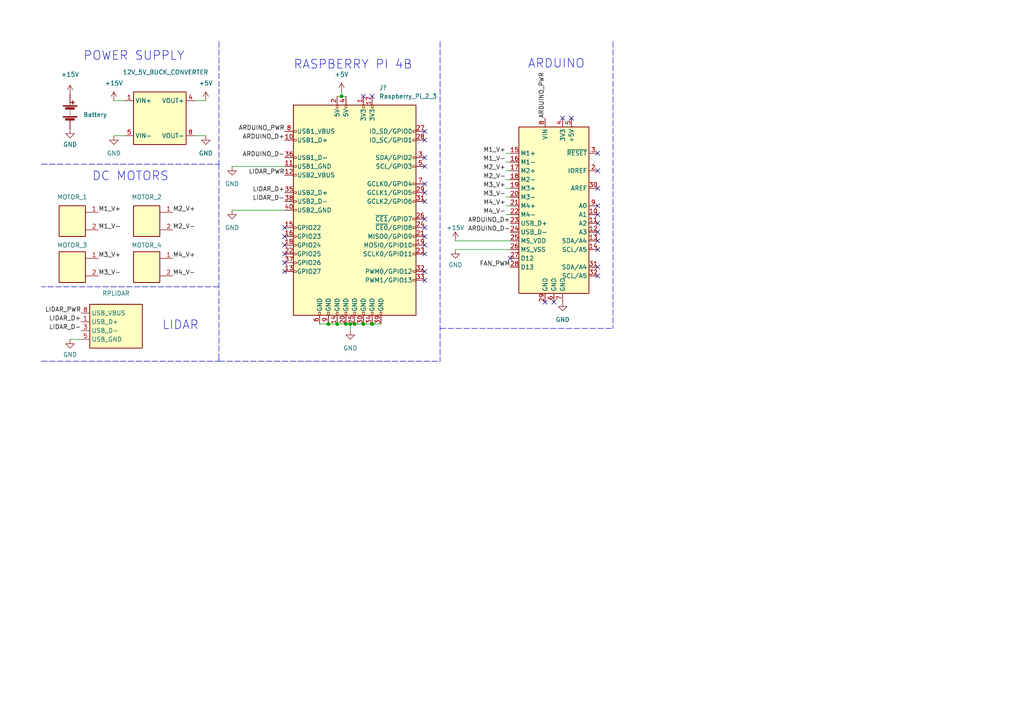
<source format=kicad_sch>
(kicad_sch (version 20211123) (generator eeschema)
  (paper "A4")
  (lib_symbols
    (symbol "74CBTLV3257_1"
      (property "Value" "74CBTLV3257_1" (at 0.5715 7.62 0))
      (symbol "74CBTLV3257_1_1_1"
        (rectangle (start -3.81 4.445) (end 3.81 -4.445) (stroke (width 0.254)) (fill (type background)))
        (polyline (pts (xy 5.08 -2.54) (xy 3.81 -2.54)))
        (polyline (pts (xy 5.08 2.54) (xy 3.81 2.54)))
        (pin passive line (at 7.62 2.54 180) (length 2.54) (name "~") (number "1"))
        (pin passive line (at 7.62 -2.54 180) (length 2.54) (name "") (number "2"))
      )
      (symbol "74CBTLV3257_1_2_1"
        (rectangle (start -3.81 4.445) (end 3.81 -4.445) (stroke (width 0.254)) (fill (type background)))
        (circle (center -2.159 0) (radius 0.508) (stroke (width 0.254)))
        (polyline (pts (xy -5.08 0) (xy -2.794 0)))
        (polyline (pts (xy -1.651 0.127) (xy 2.54 1.905)) (stroke (width 0.254)))
        (polyline (pts (xy 5.08 -2.54) (xy 2.794 -2.54)))
        (polyline (pts (xy 5.08 2.54) (xy 2.794 2.54)))
        (circle (center 2.159 -2.54) (radius 0.508) (stroke (width 0.254)))
        (circle (center 2.159 2.54) (radius 0.508) (stroke (width 0.254)))
        (pin passive line (at 7.62 2.54 180) (length 2.54) (name "~") (number "5"))
        (pin passive line (at 7.62 -2.54 180) (length 2.54) (name "~") (number "6"))
        (pin passive line (at -7.62 0 0) (length 2.54) (name "~") (number "7"))
      )
      (symbol "74CBTLV3257_1_3_1"
        (rectangle (start -3.81 4.445) (end 3.81 -4.445) (stroke (width 0.254)) (fill (type background)))
        (circle (center -2.159 0) (radius 0.508) (stroke (width 0.254)))
        (polyline (pts (xy -5.08 0) (xy -2.794 0)))
        (polyline (pts (xy -1.651 0.127) (xy 2.54 1.905)) (stroke (width 0.254)))
        (polyline (pts (xy 5.08 -2.54) (xy 2.794 -2.54)))
        (polyline (pts (xy 5.08 2.54) (xy 2.794 2.54)))
        (circle (center 2.159 -2.54) (radius 0.508) (stroke (width 0.254)))
        (circle (center 2.159 2.54) (radius 0.508) (stroke (width 0.254)))
        (pin passive line (at 7.62 -2.54 180) (length 2.54) (name "~") (number "10"))
        (pin passive line (at 7.62 2.54 180) (length 2.54) (name "~") (number "11"))
        (pin passive line (at -7.62 0 0) (length 2.54) (name "~") (number "9"))
      )
      (symbol "74CBTLV3257_1_4_1"
        (rectangle (start -3.81 4.445) (end 3.81 -4.445) (stroke (width 0.254)) (fill (type background)))
        (circle (center -2.159 0) (radius 0.508) (stroke (width 0.254)))
        (polyline (pts (xy -5.08 0) (xy -2.794 0)))
        (polyline (pts (xy -1.651 0.127) (xy 2.54 1.905)) (stroke (width 0.254)))
        (polyline (pts (xy 5.08 -2.54) (xy 2.794 -2.54)))
        (polyline (pts (xy 5.08 2.54) (xy 2.794 2.54)))
        (circle (center 2.159 -2.54) (radius 0.508) (stroke (width 0.254)))
        (circle (center 2.159 2.54) (radius 0.508) (stroke (width 0.254)))
        (pin passive line (at -7.62 0 0) (length 2.54) (name "~") (number "12"))
        (pin passive line (at 7.62 -2.54 180) (length 2.54) (name "~") (number "13"))
        (pin passive line (at 7.62 2.54 180) (length 2.54) (name "~") (number "14"))
      )
      (symbol "74CBTLV3257_1_5_1"
        (rectangle (start 3.81 6.35) (end -6.35 -6.35) (stroke (width 0.254)) (fill (type background)))
        (pin input line (at -10.16 2.54 0) (length 3.81) (name "S") (number "1"))
        (pin input line (at -10.16 -2.54 0) (length 3.81) (name "~{OE}") (number "15"))
        (pin power_in line (at 0 10.16 270) (length 3.81) (name "VCC") (number "16"))
        (pin power_in line (at 0 -10.16 90) (length 3.81) (name "GND") (number "8"))
      )
    )
    (symbol "Connector:Raspberry_Pi_2_3" (pin_names (offset 1.016))
      (property "Reference" "J?" (at 7.0994 35.56 0))
      (property "Value" "Raspberry_Pi_2_3" (at 7.0994 33.02 0))
      (symbol "Raspberry_Pi_2_3_0_1"
        (rectangle (start -17.78 30.48) (end 17.78 -30.48) (stroke (width 0.254)) (fill (type background)))
      )
      (symbol "Raspberry_Pi_2_3_1_1"
        (rectangle (start -16.891 -17.526) (end -17.78 -18.034))
        (rectangle (start -16.891 -14.986) (end -17.78 -15.494))
        (rectangle (start -16.891 -12.446) (end -17.78 -12.954))
        (rectangle (start -16.891 -9.906) (end -17.78 -10.414))
        (rectangle (start -16.891 -7.366) (end -17.78 -7.874))
        (rectangle (start -16.891 -4.826) (end -17.78 -5.334))
        (rectangle (start -16.891 0.254) (end -17.78 -0.254))
        (rectangle (start -16.891 2.794) (end -17.78 2.286))
        (rectangle (start -16.891 5.334) (end -17.78 4.826))
        (rectangle (start -16.891 10.414) (end -17.78 9.906))
        (rectangle (start -16.891 12.954) (end -17.78 12.446))
        (rectangle (start -16.891 15.494) (end -17.78 14.986))
        (rectangle (start -16.891 20.574) (end -17.78 20.066))
        (rectangle (start -16.891 23.114) (end -17.78 22.606))
        (rectangle (start -10.414 -29.591) (end -9.906 -30.48))
        (rectangle (start -7.874 -29.591) (end -7.366 -30.48))
        (rectangle (start -5.334 -29.591) (end -4.826 -30.48))
        (rectangle (start -5.334 30.48) (end -4.826 29.591))
        (rectangle (start -2.794 -29.591) (end -2.286 -30.48))
        (rectangle (start -2.794 30.48) (end -2.286 29.591))
        (rectangle (start -0.254 -29.591) (end 0.254 -30.48))
        (rectangle (start 2.286 -29.591) (end 2.794 -30.48))
        (rectangle (start 2.286 30.48) (end 2.794 29.591))
        (rectangle (start 4.826 -29.591) (end 5.334 -30.48))
        (rectangle (start 4.826 30.48) (end 5.334 29.591))
        (rectangle (start 7.366 -29.591) (end 7.874 -30.48))
        (rectangle (start 17.78 -20.066) (end 16.891 -20.574))
        (rectangle (start 17.78 -17.526) (end 16.891 -18.034))
        (rectangle (start 17.78 -12.446) (end 16.891 -12.954))
        (rectangle (start 17.78 -9.906) (end 16.891 -10.414))
        (rectangle (start 17.78 -7.366) (end 16.891 -7.874))
        (rectangle (start 17.78 -4.826) (end 16.891 -5.334))
        (rectangle (start 17.78 -2.286) (end 16.891 -2.794))
        (rectangle (start 17.78 2.794) (end 16.891 2.286))
        (rectangle (start 17.78 5.334) (end 16.891 4.826))
        (rectangle (start 17.78 7.874) (end 16.891 7.366))
        (rectangle (start 17.78 12.954) (end 16.891 12.446))
        (rectangle (start 17.78 15.494) (end 16.891 14.986))
        (rectangle (start 17.78 20.574) (end 16.891 20.066))
        (rectangle (start 17.78 23.114) (end 16.891 22.606))
        (pin power_in line (at 2.54 33.02 270) (length 2.54) (name "3V3") (number "1"))
        (pin bidirectional line (at -20.32 20.32 0) (length 2.54) (name "USB1_D+") (number "10"))
        (pin bidirectional line (at -20.32 12.7 0) (length 2.54) (name "USB1_GND") (number "11"))
        (pin bidirectional line (at -20.32 10.16 0) (length 2.54) (name "USB2_VBUS") (number "12"))
        (pin bidirectional line (at -20.32 -17.78 0) (length 2.54) (name "GPIO27") (number "13"))
        (pin power_in line (at -5.08 -33.02 90) (length 2.54) (name "GND") (number "14"))
        (pin bidirectional line (at -20.32 -5.08 0) (length 2.54) (name "GPIO22") (number "15"))
        (pin bidirectional line (at -20.32 -7.62 0) (length 2.54) (name "GPIO23") (number "16"))
        (pin power_in line (at 5.08 33.02 270) (length 2.54) (name "3V3") (number "17"))
        (pin bidirectional line (at -20.32 -10.16 0) (length 2.54) (name "GPIO24") (number "18"))
        (pin bidirectional line (at 20.32 -10.16 180) (length 2.54) (name "MOSI0/GPIO10") (number "19"))
        (pin power_in line (at -5.08 33.02 270) (length 2.54) (name "5V") (number "2"))
        (pin power_in line (at -2.54 -33.02 90) (length 2.54) (name "GND") (number "20"))
        (pin bidirectional line (at 20.32 -7.62 180) (length 2.54) (name "MISO0/GPIO9") (number "21"))
        (pin bidirectional line (at -20.32 -12.7 0) (length 2.54) (name "GPIO25") (number "22"))
        (pin bidirectional line (at 20.32 -12.7 180) (length 2.54) (name "SCLK0/GPIO11") (number "23"))
        (pin bidirectional line (at 20.32 -5.08 180) (length 2.54) (name "~{CE0}/GPIO8") (number "24"))
        (pin power_in line (at 0 -33.02 90) (length 2.54) (name "GND") (number "25"))
        (pin bidirectional line (at 20.32 -2.54 180) (length 2.54) (name "~{CE1}/GPIO7") (number "26"))
        (pin bidirectional line (at 20.32 22.86 180) (length 2.54) (name "ID_SD/GPIO0") (number "27"))
        (pin bidirectional line (at 20.32 20.32 180) (length 2.54) (name "ID_SC/GPIO1") (number "28"))
        (pin bidirectional line (at 20.32 5.08 180) (length 2.54) (name "GCLK1/GPIO5") (number "29"))
        (pin bidirectional line (at 20.32 15.24 180) (length 2.54) (name "SDA/GPIO2") (number "3"))
        (pin power_in line (at 2.54 -33.02 90) (length 2.54) (name "GND") (number "30"))
        (pin bidirectional line (at 20.32 2.54 180) (length 2.54) (name "GCLK2/GPIO6") (number "31"))
        (pin bidirectional line (at 20.32 -17.78 180) (length 2.54) (name "PWM0/GPIO12") (number "32"))
        (pin bidirectional line (at 20.32 -20.32 180) (length 2.54) (name "PWM1/GPIO13") (number "33"))
        (pin power_in line (at 5.08 -33.02 90) (length 2.54) (name "GND") (number "34"))
        (pin bidirectional line (at -20.32 5.08 0) (length 2.54) (name "USB2_D+") (number "35"))
        (pin bidirectional line (at -20.32 15.24 0) (length 2.54) (name "USB1_D-") (number "36"))
        (pin bidirectional line (at -20.32 -15.24 0) (length 2.54) (name "GPIO26") (number "37"))
        (pin bidirectional line (at -20.32 2.54 0) (length 2.54) (name "USB2_D-") (number "38"))
        (pin power_in line (at 7.62 -33.02 90) (length 2.54) (name "GND") (number "39"))
        (pin power_in line (at -2.54 33.02 270) (length 2.54) (name "5V") (number "4"))
        (pin bidirectional line (at -20.32 0 0) (length 2.54) (name "USB2_GND") (number "40"))
        (pin bidirectional line (at 20.32 12.7 180) (length 2.54) (name "SCL/GPIO3") (number "5"))
        (pin power_in line (at -10.16 -33.02 90) (length 2.54) (name "GND") (number "6"))
        (pin bidirectional line (at 20.32 7.62 180) (length 2.54) (name "GCLK0/GPIO4") (number "7"))
        (pin bidirectional line (at -20.32 22.86 0) (length 2.54) (name "USB1_VBUS") (number "8"))
        (pin power_in line (at -7.62 -33.02 90) (length 2.54) (name "GND") (number "9"))
      )
    )
    (symbol "Device:Battery" (pin_numbers hide) (pin_names (offset 0) hide)
      (property "Reference" "BT" (at 2.54 2.54 0))
      (property "Value" "Battery" (at 2.54 0 0))
      (symbol "Battery_0_1"
        (rectangle (start -2.032 -1.397) (end 2.032 -1.651) (fill (type outline)))
        (rectangle (start -2.032 1.778) (end 2.032 1.524) (fill (type outline)))
        (rectangle (start -1.3208 -1.9812) (end 1.27 -2.4892) (fill (type outline)))
        (rectangle (start -1.3208 1.1938) (end 1.27 0.6858) (fill (type outline)))
        (polyline (pts (xy 0 -1.524) (xy 0 -1.27)))
        (polyline (pts (xy 0 -1.016) (xy 0 -0.762)))
        (polyline (pts (xy 0 -0.508) (xy 0 -0.254)))
        (polyline (pts (xy 0 0) (xy 0 0.254)))
        (polyline (pts (xy 0 0.508) (xy 0 0.762)))
        (polyline (pts (xy 0 1.778) (xy 0 2.54)))
        (polyline (pts (xy 0.254 2.667) (xy 1.27 2.667)) (stroke (width 0.254)))
        (polyline (pts (xy 0.762 3.175) (xy 0.762 2.159)) (stroke (width 0.254)))
      )
      (symbol "Battery_1_1"
        (pin passive line (at 0 5.08 270) (length 2.54) (name "+") (number "1"))
        (pin passive line (at 0 -5.08 90) (length 2.54) (name "-") (number "2"))
      )
    )
    (symbol "Driver_LED:HV9930LG-G"
      (property "Reference" "U?" (at 2.0194 12.7 0))
      (property "Value" "12V_5V_BUCK_CONVERTER" (at 2.0194 10.16 0))
      (symbol "HV9930LG-G_0_1"
        (rectangle (start -7.62 7.62) (end 7.62 -7.62) (stroke (width 0.254)) (fill (type background)))
      )
      (symbol "HV9930LG-G_1_1"
        (pin power_in line (at -10.16 5.08 0) (length 2.54) (name "VIN+") (number "1"))
        (pin output line (at 10.16 5.08 180) (length 2.54) (name "VOUT+") (number "4"))
        (pin output line (at -10.16 -5.08 0) (length 2.54) (name "VIN-") (number "5"))
        (pin input line (at 10.16 -5.08 180) (length 2.54) (name "VOUT-") (number "8"))
      )
    )
    (symbol "Regulator_Switching:ADP2360xCP-3.3"
      (property "Reference" "U?" (at 0 10.795 0))
      (property "Value" "RPLIDAR" (at 0 8.255 0))
      (symbol "ADP2360xCP-3.3_0_1"
        (rectangle (start -7.62 5.08) (end 7.62 -7.62) (stroke (width 0.254)) (fill (type background)))
      )
      (symbol "ADP2360xCP-3.3_1_1"
        (pin input line (at -10.16 0 0) (length 2.54) (name "USB_D+") (number "1"))
        (pin passive line (at -10.16 -2.54 0) (length 2.54) (name "USB_D-") (number "3"))
        (pin passive line (at -10.16 -5.08 0) (length 2.54) (name "USB_GND") (number "5"))
        (pin power_in line (at -10.16 2.54 0) (length 2.54) (name "USB_VBUS") (number "8"))
      )
    )
    (symbol "arduino_with_motor_shield:Arduino_UNO_R3"
      (symbol "Arduino_UNO_R3_0_1"
        (rectangle (start -10.16 22.86) (end 10.16 -25.4) (stroke (width 0.254)) (fill (type background)))
      )
      (symbol "Arduino_UNO_R3_1_1"
        (pin no_connect line (at -10.16 -20.32 0) (length 2.54) hide (name "NC") (number "1"))
        (pin bidirectional line (at 12.7 -2.54 180) (length 2.54) (name "A1") (number "10"))
        (pin bidirectional line (at 12.7 -5.08 180) (length 2.54) (name "A2") (number "11"))
        (pin bidirectional line (at 12.7 -7.62 180) (length 2.54) (name "A3") (number "12"))
        (pin bidirectional line (at 12.7 -10.16 180) (length 2.54) (name "SDA/A4") (number "13"))
        (pin bidirectional line (at 12.7 -12.7 180) (length 2.54) (name "SCL/A5") (number "14"))
        (pin bidirectional line (at -12.7 15.24 0) (length 2.54) (name "M1+") (number "15"))
        (pin bidirectional line (at -12.7 12.7 0) (length 2.54) (name "M1-") (number "16"))
        (pin bidirectional line (at -12.7 10.16 0) (length 2.54) (name "M2+") (number "17"))
        (pin bidirectional line (at -12.7 7.62 0) (length 2.54) (name "M2-") (number "18"))
        (pin bidirectional line (at -12.7 5.08 0) (length 2.54) (name "M3+") (number "19"))
        (pin output line (at 12.7 10.16 180) (length 2.54) (name "IOREF") (number "2"))
        (pin bidirectional line (at -12.7 2.54 0) (length 2.54) (name "M3-") (number "20"))
        (pin bidirectional line (at -12.7 0 0) (length 2.54) (name "M4+") (number "21"))
        (pin bidirectional line (at -12.7 -2.54 0) (length 2.54) (name "M4-") (number "22"))
        (pin bidirectional line (at -12.7 -5.08 0) (length 2.54) (name "USB_D+") (number "23"))
        (pin bidirectional line (at -12.7 -7.62 0) (length 2.54) (name "USB_D-") (number "24"))
        (pin bidirectional line (at -12.7 -10.16 0) (length 2.54) (name "MS_VDD") (number "25"))
        (pin bidirectional line (at -12.7 -12.7 0) (length 2.54) (name "MS_VSS") (number "26"))
        (pin bidirectional line (at -12.7 -15.24 0) (length 2.54) (name "D12") (number "27"))
        (pin bidirectional line (at -12.7 -17.78 0) (length 2.54) (name "D13") (number "28"))
        (pin power_in line (at -2.54 -27.94 90) (length 2.54) (name "GND") (number "29"))
        (pin input line (at 12.7 15.24 180) (length 2.54) (name "~{RESET}") (number "3"))
        (pin input line (at 12.7 5.08 180) (length 2.54) (name "AREF") (number "30"))
        (pin bidirectional line (at 12.7 -17.78 180) (length 2.54) (name "SDA/A4") (number "31"))
        (pin bidirectional line (at 12.7 -20.32 180) (length 2.54) (name "SCL/A5") (number "32"))
        (pin power_out line (at 2.54 25.4 270) (length 2.54) (name "3V3") (number "4"))
        (pin power_out line (at 5.08 25.4 270) (length 2.54) (name "+5V") (number "5"))
        (pin power_in line (at 0 -27.94 90) (length 2.54) (name "GND") (number "6"))
        (pin power_in line (at 2.54 -27.94 90) (length 2.54) (name "GND") (number "7"))
        (pin power_in line (at -2.54 25.4 270) (length 2.54) (name "VIN") (number "8"))
        (pin bidirectional line (at 12.7 0 180) (length 2.54) (name "A0") (number "9"))
      )
    )
    (symbol "power:+15V" (power) (pin_names (offset 0))
      (property "Value" "+15V" (at 0 3.556 0))
      (symbol "+15V_0_1"
        (polyline (pts (xy -0.762 1.27) (xy 0 2.54)))
        (polyline (pts (xy 0 0) (xy 0 2.54)))
        (polyline (pts (xy 0 2.54) (xy 0.762 1.27)))
      )
      (symbol "+15V_1_1"
        (pin power_in line (at 0 0 90) (length 0) hide (name "+15V") (number "1"))
      )
    )
    (symbol "power:+5V" (power) (pin_names (offset 0))
      (property "Value" "+5V" (at 0 3.556 0))
      (symbol "+5V_0_1"
        (polyline (pts (xy -0.762 1.27) (xy 0 2.54)))
        (polyline (pts (xy 0 0) (xy 0 2.54)))
        (polyline (pts (xy 0 2.54) (xy 0.762 1.27)))
      )
      (symbol "+5V_1_1"
        (pin power_in line (at 0 0 90) (length 0) hide (name "+5V") (number "1"))
      )
    )
    (symbol "power:GND" (power) (pin_names (offset 0))
      (property "Value" "GND" (at 0 -3.81 0))
      (symbol "GND_0_1"
        (polyline (pts (xy 0 0) (xy 0 -1.27) (xy 1.27 -1.27) (xy 0 -2.54) (xy -1.27 -1.27) (xy 0 -1.27)))
      )
      (symbol "GND_1_1"
        (pin power_in line (at 0 0 270) (length 0) hide (name "GND") (number "1"))
      )
    )
  )
  (junction (at 101.6 93.98))
  (junction (at 102.87 93.98))
  (junction (at 100.33 93.98))
  (junction (at 95.25 93.98))
  (junction (at 107.95 93.98))
  (junction (at 97.79 93.98))
  (junction (at 99.06 27.94))
  (junction (at 105.41 93.98))
  (no_connect (at 173.355 62.23))
  (no_connect (at 123.19 78.74))
  (no_connect (at 82.55 76.2))
  (no_connect (at 123.19 63.5))
  (no_connect (at 165.735 34.29))
  (no_connect (at 123.19 71.12))
  (no_connect (at 123.19 53.34))
  (no_connect (at 173.355 67.31))
  (no_connect (at 123.19 48.26))
  (no_connect (at 173.355 77.47))
  (no_connect (at 173.355 80.01))
  (no_connect (at 173.355 64.77))
  (no_connect (at 123.19 45.72))
  (no_connect (at 173.355 54.61))
  (no_connect (at 107.95 27.94))
  (no_connect (at 82.55 66.04))
  (no_connect (at 123.19 55.88))
  (no_connect (at 173.355 49.53))
  (no_connect (at 82.55 71.12))
  (no_connect (at 173.355 69.85))
  (no_connect (at 123.19 81.28))
  (no_connect (at 82.55 68.58))
  (no_connect (at 123.19 73.66))
  (no_connect (at 123.19 66.04))
  (no_connect (at 123.19 68.58))
  (no_connect (at 82.55 78.74))
  (no_connect (at 147.955 74.93))
  (no_connect (at 173.355 72.39))
  (no_connect (at 123.19 40.64))
  (no_connect (at 173.355 59.69))
  (no_connect (at 82.55 73.66))
  (no_connect (at 158.115 87.63))
  (no_connect (at 163.195 34.29))
  (no_connect (at 173.355 44.45))
  (no_connect (at 105.41 27.94))
  (no_connect (at 160.655 87.63))
  (no_connect (at 123.19 38.1))
  (no_connect (at 123.19 58.42))
  (wire (pts (xy 132.08 72.39) (xy 147.955 72.39)))
  (wire (pts (xy 67.31 60.96) (xy 82.55 60.96)))
  (wire (pts (xy 100.33 93.98) (xy 101.6 93.98)))
  (polyline (pts (xy 63.5 83.185) (xy 12.065 83.185)))
  (wire (pts (xy 146.685 57.15) (xy 147.955 57.15)))
  (wire (pts (xy 101.6 93.98) (xy 102.87 93.98)))
  (polyline (pts (xy 12.065 104.775) (xy 63.5 104.775)))
  (wire (pts (xy 101.6 95.885) (xy 101.6 93.98)))
  (wire (pts (xy 146.685 59.69) (xy 147.955 59.69)))
  (wire (pts (xy 102.87 93.98) (xy 105.41 93.98)))
  (wire (pts (xy 95.25 93.98) (xy 97.79 93.98)))
  (wire (pts (xy 92.71 93.98) (xy 95.25 93.98)))
  (wire (pts (xy 105.41 93.98) (xy 107.95 93.98)))
  (wire (pts (xy 146.685 44.45) (xy 147.955 44.45)))
  (wire (pts (xy 67.31 48.26) (xy 82.55 48.26)))
  (polyline (pts (xy 63.5 47.625) (xy 63.5 104.775)))
  (wire (pts (xy 146.685 52.07) (xy 147.955 52.07)))
  (wire (pts (xy 99.06 26.67) (xy 99.06 27.94)))
  (wire (pts (xy 97.79 27.94) (xy 99.06 27.94)))
  (wire (pts (xy 132.08 69.85) (xy 147.955 69.85)))
  (wire (pts (xy 59.69 39.37) (xy 56.515 39.37)))
  (wire (pts (xy 146.685 49.53) (xy 147.955 49.53)))
  (wire (pts (xy 33.02 29.21) (xy 36.195 29.21)))
  (polyline (pts (xy 177.8 12.065) (xy 177.8 95.25)))
  (polyline (pts (xy 63.5 12.065) (xy 63.5 47.625)))
  (polyline (pts (xy 127.635 95.25) (xy 177.8 95.25)))
  (polyline (pts (xy 63.5 104.14) (xy 63.5 104.775)))
  (wire (pts (xy 33.02 39.37) (xy 36.195 39.37)))
  (wire (pts (xy 146.685 62.23) (xy 147.955 62.23)))
  (wire (pts (xy 146.685 46.99) (xy 147.955 46.99)))
  (polyline (pts (xy 63.5 104.775) (xy 127.635 104.775)))
  (polyline (pts (xy 12.065 47.625) (xy 63.5 47.625)))
  (wire (pts (xy 20.32 98.425) (xy 23.495 98.425)))
  (wire (pts (xy 107.95 93.98) (xy 110.49 93.98)))
  (wire (pts (xy 56.515 29.21) (xy 59.69 29.21)))
  (polyline (pts (xy 127.635 12.065) (xy 127.635 104.775)))
  (wire (pts (xy 97.79 93.98) (xy 100.33 93.98)))
  (wire (pts (xy 146.685 54.61) (xy 147.955 54.61)))
  (wire (pts (xy 99.06 27.94) (xy 100.33 27.94)))
  (text "ARDUINO\n\n" (at 153.035 24.13 0) (effects (font (size 2.54 2.54)) (justify left bottom)))
  (text "LIDAR" (at 46.99 95.885 0) (effects (font (size 2.54 2.54)) (justify left bottom)))
  (text "RASPBERRY PI 4B" (at 85.09 20.32 0) (effects (font (size 2.54 2.54)) (justify left bottom)))
  (text "DC MOTORS" (at 26.67 52.705 0) (effects (font (size 2.54 2.54)) (justify left bottom)))
  (text "POWER SUPPLY" (at 24.13 17.78 0) (effects (font (size 2.54 2.54)) (justify left bottom)))
  (label "M3_V+" (at 28.575 74.93 0))
  (label "LIDAR_PWR" (at 23.495 90.805 180))
  (label "ARDUINO_PWR" (at 82.55 38.1 180))
  (label "FAN_PWM" (at 147.955 77.47 180))
  (label "LIDAR_D+" (at 23.495 93.345 180))
  (label "ARDUINO_PWR" (at 158.115 34.29 90))
  (label "LIDAR_D-" (at 82.55 58.42 180))
  (label "M4_V-" (at 50.165 80.01 0))
  (label "LIDAR_PWR" (at 82.55 50.8 180))
  (label "M3_V-" (at 146.685 57.15 180))
  (label "ARDUINO_D+" (at 82.55 40.64 180))
  (label "M4_V+" (at 50.165 74.93 0))
  (label "M2_V-" (at 50.165 66.675 0))
  (label "ARDUINO_D-" (at 82.55 45.72 180))
  (label "M1_V-" (at 146.685 46.99 180))
  (label "M1_V+" (at 28.575 61.595 0))
  (label "M2_V+" (at 146.685 49.53 180))
  (label "M1_V+" (at 146.685 44.45 180))
  (label "LIDAR_D+" (at 82.55 55.88 180))
  (label "ARDUINO_D-" (at 147.955 67.31 180))
  (label "ARDUINO_D+" (at 147.955 64.77 180))
  (label "M2_V+" (at 50.165 61.595 0))
  (label "M2_V-" (at 146.685 52.07 180))
  (label "M4_V+" (at 146.685 59.69 180))
  (label "M3_V-" (at 28.575 80.01 0))
  (label "M4_V-" (at 146.685 62.23 180))
  (label "LIDAR_D-" (at 23.495 95.885 180))
  (label "M3_V+" (at 146.685 54.61 180))
  (label "M1_V-" (at 28.575 66.675 0))
  (symbol (lib_name "74CBTLV3257_1") (lib_id "74xx:74CBTLV3257") (at 42.545 64.135 0) (unit 1)
    (property "Reference" "U?" (effects hide))
    (property "Value" "MOTOR_2" (at 42.545 57.15 0))
    (property "Datasheet" "http://www.ti.com/lit/ds/symlink/sn74cbtlv3257.pdf" (effects hide))
  )
  (symbol (lib_name "74CBTLV3257_1") (lib_id "74xx:74CBTLV3257") (at 42.545 77.47 0) (unit 1)
    (property "Reference" "U?" (effects hide))
    (property "Value" "MOTOR_4" (at 42.545 71.12 0))
    (property "Datasheet" "http://www.ti.com/lit/ds/symlink/sn74cbtlv3257.pdf" (effects hide))
  )
  (symbol (lib_id "power:GND") (at 20.32 37.465 0) (unit 1)
    (property "Reference" "#PWR?" (effects hide))
    (property "Value" "GND" (at 20.32 41.91 0))
  )
  (symbol (lib_id "arduino_with_motor_shield:Arduino_UNO_R3") (at 160.655 59.69 0) (unit 1)
    (property "Reference" "A?" (effects hide))
    (property "Value" "Arduino_UNO_R3" (effects hide))
    (property "Footprint" "Module:Arduino_UNO_R3" (effects hide))
    (property "Datasheet" "https://www.arduino.cc/en/Main/arduinoBoardUno" (effects hide))
  )
  (symbol (lib_id "power:+15V") (at 33.02 29.21 0) (mirror y) (unit 1)
    (property "Reference" "#PWR?" (effects hide))
    (property "Value" "+15V" (at 33.02 24.13 0))
  )
  (symbol (lib_id "power:GND") (at 20.32 98.425 0) (unit 1)
    (property "Reference" "#PWR?" (effects hide))
    (property "Value" "GND" (at 20.32 102.87 0))
  )
  (symbol (lib_id "Device:Battery") (at 20.32 32.385 0) (unit 1)
    (property "Reference" "BT?" (effects hide))
    (property "Value" "Battery" (at 24.13 33.2739 0) (effects (justify left)))
  )
  (symbol (lib_id "power:+5V") (at 59.69 29.21 0) (mirror y) (unit 1)
    (property "Reference" "#PWR?" (effects hide))
    (property "Value" "+5V" (at 59.69 24.13 0))
  )
  (symbol (lib_id "power:GND") (at 59.69 39.37 0) (unit 1)
    (property "Reference" "#PWR?" (effects hide))
    (property "Value" "GND" (at 59.69 44.45 0))
  )
  (symbol (lib_id "power:+15V") (at 20.32 27.305 0) (unit 1)
    (property "Reference" "#PWR?" (effects hide))
    (property "Value" "+15V" (at 20.32 21.59 0))
  )
  (symbol (lib_name "74CBTLV3257_1") (lib_id "74xx:74CBTLV3257") (at 20.955 64.135 0) (unit 1)
    (property "Reference" "U?" (effects hide))
    (property "Value" "MOTOR_1" (at 20.955 57.15 0))
    (property "Datasheet" "http://www.ti.com/lit/ds/symlink/sn74cbtlv3257.pdf" (effects hide))
  )
  (symbol (lib_id "power:GND") (at 33.02 39.37 0) (unit 1)
    (property "Reference" "#PWR?" (effects hide))
    (property "Value" "GND" (at 33.02 44.45 0))
  )
  (symbol (lib_id "power:+15V") (at 132.08 69.85 0) (mirror y) (unit 1)
    (property "Reference" "#PWR?" (effects hide))
    (property "Value" "+15V" (at 132.08 66.04 0))
  )
  (symbol (lib_id "power:GND") (at 132.08 72.39 0) (unit 1)
    (property "Reference" "#PWR?" (effects hide))
    (property "Value" "GND" (at 132.08 76.835 0))
  )
  (symbol (lib_id "Driver_LED:HV9930LG-G") (at 46.355 34.29 0) (unit 1)
    (property "Reference" "U?" (effects hide))
    (property "Value" "12V_5V_BUCK_CONVERTER" (at 35.56 20.955 0) (effects (justify left)))
    (property "Footprint" "Package_SO:SOIC-8_3.9x4.9mm_P1.27mm" (effects hide))
    (property "Datasheet" "http://ww1.microchip.com/downloads/en/DeviceDoc/hv9930.pdf" (effects hide))
  )
  (symbol (lib_id "Connector:Raspberry_Pi_2_3") (at 102.87 60.96 0) (unit 1)
    (property "Reference" "J?" (at 109.9694 25.4 0) (effects (justify left)))
    (property "Value" "Raspberry_Pi_2_3" (at 109.9694 27.94 0) (effects (justify left)))
    (property "Datasheet" "https://www.raspberrypi.org/documentation/hardware/raspberrypi/schematics/rpi_SCH_3bplus_1p0_reduced.pdf" (effects hide))
  )
  (symbol (lib_id "Regulator_Switching:ADP2360xCP-3.3") (at 33.655 93.345 0) (unit 1)
    (property "Reference" "U?" (effects hide))
    (property "Value" "RPLIDAR" (at 33.655 85.09 0))
    (property "Footprint" "Package_CSP:LFCSP-WD-8-1EP_3x3mm_P0.65mm_EP1.6x2.44mm" (effects hide))
    (property "Datasheet" "https://www.analog.com/media/en/technical-documentation/data-sheets/ADP2360.pdf" (effects hide))
  )
  (symbol (lib_id "power:+5V") (at 99.06 26.67 0) (mirror y) (unit 1)
    (property "Reference" "#PWR?" (effects hide))
    (property "Value" "+5V" (at 99.06 21.59 0))
  )
  (symbol (lib_id "power:GND") (at 101.6 95.885 0) (unit 1)
    (property "Reference" "#PWR?" (effects hide))
    (property "Value" "GND" (at 101.6 100.965 0))
  )
  (symbol (lib_id "power:GND") (at 163.195 87.63 0) (unit 1)
    (property "Reference" "#PWR?" (effects hide))
    (property "Value" "GND" (at 163.195 92.71 0))
  )
  (symbol (lib_id "power:GND") (at 67.31 60.96 0) (unit 1)
    (property "Reference" "#PWR?" (effects hide))
    (property "Value" "GND" (at 67.31 66.04 0))
  )
  (symbol (lib_id "power:GND") (at 67.31 48.26 0) (mirror y) (unit 1)
    (property "Reference" "#PWR?" (effects hide))
    (property "Value" "GND" (at 67.31 53.34 0))
  )
  (symbol (lib_name "74CBTLV3257_1") (lib_id "74xx:74CBTLV3257") (at 20.955 77.47 0) (unit 1)
    (property "Reference" "U?" (effects hide))
    (property "Value" "MOTOR_3" (at 20.955 71.12 0))
    (property "Datasheet" "http://www.ti.com/lit/ds/symlink/sn74cbtlv3257.pdf" (effects hide))
  )
)
</source>
